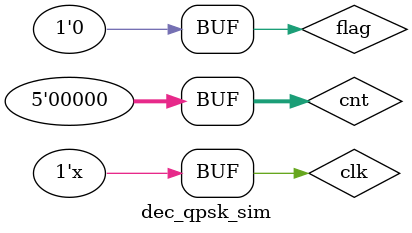
<source format=v>
`timescale 1ns / 1ps
module dec_qpsk_sim ();

parameter template = 31'b0110010011111011100010101101000;

reg clk = 0;
reg signal = 0;

always begin
  #10 clk <= ~clk;
end

wire [7:0] dataI;
wire [7:0] dataQ;
wire [7:0] data_origin;
wire [30:0] buff_wr;

reg flag = 0;
reg [4:0] cnt = 0;
reg [4:0] cnt2 = 0;
reg [30:0] template_copy = template;

dec_qpsk f1(.clk(clk),
            .signal(signal),
            .dataI(dataI),
            .dataQ(dataQ),
            .data_origin(data_origin),
            .buff_wr(buff_wr)
            );

always @(posedge clk) begin
    signal <= template_copy[0];
    template_copy <= {template_copy[29:0], template_copy[30]};
end

always @(posedge clk) begin
    cnt2 <= cnt2 + 1;
    $display("--------------------");
    if (buff_wr == template) begin
        cnt2 <= 0;
        $display("true peak");
    end
    $display(" data = %d \n buff = %b \n cnt = %d", data_origin, buff_wr, cnt2);
end

endmodule // dec_sim
</source>
